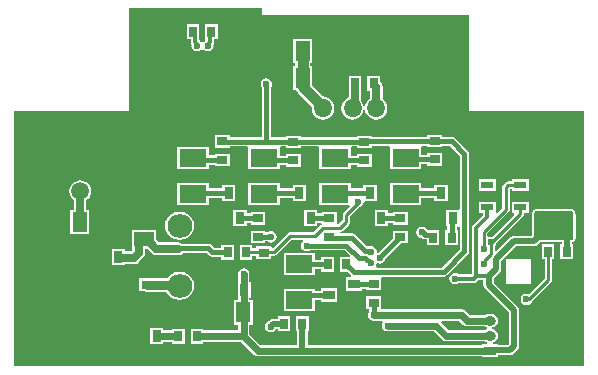
<source format=gbr>
%TF.GenerationSoftware,Altium Limited,Altium Designer,20.2.4 (192)*%
G04 Layer_Physical_Order=2*
G04 Layer_Color=16711680*
%FSLAX26Y26*%
%MOIN*%
%TF.SameCoordinates,588C5E66-93D0-4E9F-B3F3-82FDCAC5A583*%
%TF.FilePolarity,Positive*%
%TF.FileFunction,Copper,L2,Bot,Signal*%
%TF.Part,Single*%
G01*
G75*
%TA.AperFunction,SMDPad,CuDef*%
%ADD11R,0.027559X0.035433*%
%ADD20R,0.035433X0.027559*%
%ADD23R,0.048819X0.068000*%
%ADD28R,0.030000X0.038433*%
%TA.AperFunction,Conductor*%
%ADD29C,0.027559*%
%ADD30C,0.019685*%
%ADD31C,0.031496*%
%ADD32C,0.023622*%
%ADD33C,0.015748*%
%ADD34C,0.013780*%
%ADD35C,0.009842*%
%ADD37C,0.011811*%
%ADD39C,0.007874*%
%TA.AperFunction,ComponentPad*%
%ADD40O,0.082677X0.078740*%
%ADD41O,0.035433X0.076772*%
%ADD42O,0.041339X0.061024*%
%ADD43C,0.059055*%
%ADD44R,0.059055X0.059055*%
%ADD45O,0.059055X0.062992*%
%ADD46R,0.051181X0.068898*%
%TA.AperFunction,ViaPad*%
%ADD47C,0.157480*%
%TA.AperFunction,ComponentPad*%
%ADD48R,0.031496X0.040000*%
%ADD49O,0.031496X0.040000*%
%ADD50O,0.040000X0.031496*%
%ADD51R,0.040000X0.031496*%
%TA.AperFunction,ViaPad*%
%ADD52C,0.023622*%
%ADD53C,0.019685*%
%TA.AperFunction,SMDPad,CuDef*%
%ADD54R,0.090551X0.059055*%
%ADD55R,0.039370X0.031496*%
%ADD56R,0.031496X0.039370*%
%ADD57R,0.068000X0.048819*%
%ADD58R,0.043307X0.023622*%
%TA.AperFunction,Conductor*%
%ADD59C,0.035433*%
G36*
X831290Y1172668D02*
X1520266D01*
Y852535D01*
X1727673D01*
X1731038Y855601D01*
X1904528Y855315D01*
Y689961D01*
X1904527D01*
X1904125Y689475D01*
Y205552D01*
X1904814Y204796D01*
X1904814Y43236D01*
X1904125Y42479D01*
Y5346D01*
X1833577D01*
X1823322Y3844D01*
X1802694Y4385D01*
X1797903Y5346D01*
X111546D01*
X106754Y4385D01*
X86126Y3844D01*
X75872Y5346D01*
X4518D01*
Y681639D01*
X4348Y681826D01*
X4518Y784744D01*
Y852535D01*
X4630D01*
X4635Y855315D01*
X169989D01*
X169989Y855315D01*
X173339Y852535D01*
X388377D01*
Y1196290D01*
X831290D01*
Y1172668D01*
D02*
G37*
%LPC*%
G36*
X682677Y1142913D02*
X640945D01*
Y1093307D01*
X640945Y1093307D01*
X640449Y1088512D01*
X635982Y1085527D01*
X634390Y1083144D01*
X629390D01*
X627798Y1085527D01*
X622714Y1088924D01*
X620866Y1093307D01*
X620866Y1093307D01*
X620866Y1093307D01*
Y1142913D01*
X579134D01*
Y1093307D01*
X593348D01*
Y1082678D01*
X593348Y1082677D01*
X594356Y1077608D01*
X595654Y1075666D01*
X594905Y1071903D01*
X596372Y1064529D01*
X600549Y1058278D01*
X606800Y1054102D01*
X614173Y1052635D01*
X621547Y1054102D01*
X627798Y1058278D01*
X629390Y1060661D01*
X634390D01*
X635982Y1058278D01*
X642233Y1054102D01*
X649606Y1052635D01*
X656980Y1054102D01*
X663231Y1058278D01*
X667407Y1064529D01*
X668874Y1071903D01*
X668125Y1075666D01*
X669423Y1077608D01*
X670431Y1082677D01*
X670431Y1082678D01*
Y1093307D01*
X682677D01*
Y1142913D01*
D02*
G37*
G36*
X1223031Y971654D02*
X1181299D01*
Y948905D01*
X1180890Y946850D01*
Y942913D01*
X1181299Y940858D01*
Y922047D01*
X1189355D01*
Y895574D01*
X1184516Y891861D01*
X1178648Y884213D01*
X1174958Y875306D01*
X1173833Y866756D01*
X1173700Y865748D01*
X1168820D01*
X1168687Y866756D01*
X1167561Y875306D01*
X1163872Y884213D01*
X1161629Y887136D01*
Y934841D01*
X1161629Y934841D01*
Y946850D01*
X1161220Y948905D01*
Y971654D01*
X1119488D01*
Y948905D01*
X1119079Y946850D01*
Y934842D01*
X1119079Y934841D01*
Y900072D01*
X1113425Y897730D01*
X1105776Y891861D01*
X1099907Y884213D01*
X1096218Y875306D01*
X1094960Y865748D01*
Y861811D01*
X1096218Y852253D01*
X1099907Y843346D01*
X1105776Y835697D01*
X1113425Y829829D01*
X1122332Y826139D01*
X1131890Y824881D01*
X1141448Y826139D01*
X1150355Y829829D01*
X1158003Y835697D01*
X1163872Y843346D01*
X1167561Y852253D01*
X1168687Y860803D01*
X1168820Y861811D01*
X1173700D01*
X1173833Y860803D01*
X1174958Y852253D01*
X1178648Y843346D01*
X1184516Y835697D01*
X1192165Y829829D01*
X1201072Y826139D01*
X1210630Y824881D01*
X1220188Y826139D01*
X1229095Y829829D01*
X1236743Y835697D01*
X1242612Y843346D01*
X1246302Y852253D01*
X1247560Y861811D01*
Y865748D01*
X1246302Y875306D01*
X1242612Y884213D01*
X1236743Y891861D01*
X1231905Y895574D01*
Y934449D01*
X1230285Y942590D01*
X1225674Y949492D01*
X1223031Y952135D01*
Y971654D01*
D02*
G37*
G36*
X998002Y1094630D02*
X935010D01*
Y1012457D01*
X941217D01*
Y1005654D01*
X935010D01*
Y923480D01*
X943130D01*
X943142Y923423D01*
X948624Y915219D01*
X996716Y867126D01*
X996535Y865748D01*
Y861811D01*
X997793Y852253D01*
X1001483Y843346D01*
X1007352Y835697D01*
X1015000Y829829D01*
X1023907Y826139D01*
X1033465Y824881D01*
X1043023Y826139D01*
X1051930Y829829D01*
X1059579Y835697D01*
X1065447Y843346D01*
X1069137Y852253D01*
X1070395Y861811D01*
Y865748D01*
X1069137Y875306D01*
X1065447Y884213D01*
X1059579Y891861D01*
X1051930Y897730D01*
X1043023Y901420D01*
X1033465Y902678D01*
X1032782Y902588D01*
X998002Y937369D01*
Y1005654D01*
X991795D01*
Y1012457D01*
X998002D01*
Y1094630D01*
D02*
G37*
G36*
X844488Y963559D02*
X837115Y962092D01*
X830864Y957916D01*
X826687Y951665D01*
X825220Y944291D01*
X826687Y936918D01*
X829235Y933105D01*
Y767124D01*
X722638D01*
Y773228D01*
X673032D01*
Y731496D01*
X722638D01*
Y736616D01*
X780558D01*
X784252Y733465D01*
X784252Y731616D01*
Y660236D01*
X888976D01*
Y674313D01*
X909252D01*
Y668701D01*
X958858D01*
Y710433D01*
X909252D01*
Y704821D01*
X888976D01*
Y731616D01*
X888976Y733465D01*
X892671Y736616D01*
X909252D01*
Y730512D01*
X958858D01*
Y736124D01*
X1016574D01*
X1020472Y733464D01*
X1020472Y731124D01*
Y660236D01*
X1125197D01*
Y674313D01*
X1146457D01*
Y668701D01*
X1196063D01*
Y710433D01*
X1146457D01*
Y704821D01*
X1125197D01*
Y731124D01*
X1125197Y733464D01*
X1129095Y736124D01*
X1146457D01*
Y730512D01*
X1196063D01*
Y737601D01*
X1254607D01*
X1256693Y733465D01*
X1256693Y732601D01*
Y660236D01*
X1361417D01*
Y677266D01*
X1380709D01*
Y671654D01*
X1430315D01*
Y713386D01*
X1380709D01*
Y707773D01*
X1361417D01*
Y732601D01*
X1361417Y733465D01*
X1363503Y737601D01*
X1380709D01*
Y733465D01*
X1430315D01*
Y737305D01*
X1455682D01*
X1489668Y703320D01*
Y529191D01*
X1488189Y524803D01*
X1484668Y524803D01*
X1442520D01*
Y471260D01*
X1448427D01*
Y455906D01*
X1441142D01*
Y406299D01*
X1482874D01*
Y455906D01*
X1478935D01*
Y467724D01*
X1482470Y471260D01*
X1488189Y471260D01*
X1489668Y466873D01*
Y392637D01*
X1429214Y332183D01*
X1212334D01*
X1209661Y337183D01*
X1210931Y339083D01*
X1211750Y343202D01*
X1215719Y346277D01*
X1217057Y346204D01*
X1223292Y344964D01*
X1230665Y346431D01*
X1236916Y350608D01*
X1241093Y356859D01*
X1242559Y364232D01*
X1242549Y364284D01*
X1292044Y413780D01*
X1316142D01*
Y455512D01*
X1266535D01*
Y431415D01*
X1217461Y382340D01*
X1217332Y382315D01*
X1214750Y383859D01*
X1213506Y384815D01*
X1212617Y385841D01*
X1211309Y392413D01*
X1207132Y398664D01*
X1200882Y402841D01*
X1193508Y404307D01*
X1187495Y403111D01*
X1181275D01*
X1142498Y441888D01*
X1137549Y445195D01*
X1131712Y446356D01*
X1091386D01*
X1090894Y451356D01*
X1094856Y452144D01*
X1098828Y454798D01*
X1119681Y475651D01*
X1122335Y479623D01*
X1123267Y484308D01*
Y503758D01*
X1150725Y531216D01*
X1157993Y532662D01*
X1164244Y536839D01*
X1168421Y543090D01*
X1169888Y550463D01*
X1172739Y553937D01*
X1213780D01*
Y607480D01*
X1168110D01*
Y595962D01*
X1125197D01*
Y615354D01*
X1020472D01*
Y542126D01*
X1096258D01*
X1097441Y541891D01*
X1098623Y542126D01*
X1119935D01*
X1122006Y537126D01*
X1102367Y517486D01*
X1099713Y513514D01*
X1098781Y508829D01*
Y489379D01*
X1085100Y475698D01*
X1079921D01*
Y517323D01*
X1030315D01*
Y512498D01*
X1014961D01*
Y524803D01*
X969291D01*
Y471260D01*
X1014961D01*
Y481990D01*
X1026239D01*
X1029618Y476990D01*
X1029142Y475124D01*
X1027346Y474767D01*
X1026023Y473882D01*
X1026023Y473882D01*
X1024739Y473025D01*
X1023374Y472112D01*
X1000512Y449251D01*
X922566D01*
X917880Y448319D01*
X913909Y445665D01*
X866417Y398174D01*
X861417Y400245D01*
Y403122D01*
X811811D01*
Y395923D01*
X798228D01*
Y408484D01*
X756496D01*
Y358877D01*
X798228D01*
Y371438D01*
X811811D01*
Y361390D01*
X861417D01*
Y371438D01*
X869238D01*
X873923Y372369D01*
X877895Y375023D01*
X927637Y424765D01*
X965480D01*
X966996Y419765D01*
X965846Y418996D01*
X961669Y412745D01*
X960203Y405372D01*
X961669Y397998D01*
X965846Y391748D01*
X972097Y387571D01*
X979471Y386104D01*
X986844Y387571D01*
X990657Y390118D01*
X1105456D01*
X1123632Y371942D01*
X1121718Y367323D01*
X1090158D01*
Y317717D01*
X1114255D01*
X1125828Y306143D01*
X1127055Y305323D01*
X1125538Y300323D01*
X1110039D01*
Y254654D01*
X1163582D01*
Y261986D01*
X1177362D01*
Y256125D01*
X1226968D01*
Y296675D01*
X1226968Y297857D01*
X1229821Y301675D01*
X1435532D01*
X1441369Y302837D01*
X1446318Y306143D01*
X1515707Y375533D01*
X1519014Y380481D01*
X1520175Y386319D01*
Y709638D01*
X1519014Y715476D01*
X1515707Y720424D01*
X1472787Y763345D01*
X1467838Y766652D01*
X1462001Y767813D01*
X1430315D01*
Y775197D01*
X1380709D01*
Y768108D01*
X1196063D01*
Y772244D01*
X1146457D01*
Y766632D01*
X958858D01*
Y772244D01*
X909252D01*
Y767124D01*
X859742D01*
Y933105D01*
X862289Y936918D01*
X863756Y944291D01*
X862289Y951665D01*
X858113Y957916D01*
X851862Y962092D01*
X844488Y963559D01*
D02*
G37*
G36*
X652756Y733465D02*
X548032D01*
Y660236D01*
X652756D01*
Y675298D01*
X673032D01*
Y669685D01*
X722638D01*
Y711417D01*
X673032D01*
Y705805D01*
X652756D01*
Y733465D01*
D02*
G37*
G36*
X1720276Y626181D02*
X1662795D01*
Y619527D01*
X1651012D01*
X1646327Y618595D01*
X1642355Y615941D01*
X1634358Y607943D01*
X1631704Y603971D01*
X1630772Y599286D01*
Y530662D01*
X1615040Y514930D01*
X1610040Y517001D01*
Y551378D01*
X1552559D01*
Y513583D01*
X1568053D01*
Y507455D01*
X1534682Y474085D01*
X1531811Y469787D01*
X1530802Y464718D01*
X1530802Y464717D01*
Y310280D01*
X1529855Y309332D01*
X1486493D01*
X1481178Y312884D01*
X1473805Y314350D01*
X1466431Y312884D01*
X1460180Y308707D01*
X1456004Y302456D01*
X1454537Y295082D01*
X1456004Y287709D01*
X1460180Y281458D01*
X1466431Y277281D01*
X1473805Y275815D01*
X1481178Y277281D01*
X1486493Y280832D01*
X1535758D01*
X1541211Y281917D01*
X1545834Y285006D01*
X1549951Y289124D01*
X1568467D01*
Y274916D01*
X1569781Y268310D01*
X1573523Y262711D01*
X1652031Y184203D01*
Y76758D01*
X1650610Y75338D01*
X1616653D01*
Y78346D01*
X1599925D01*
X1599433Y83346D01*
X1602728Y84002D01*
X1610282Y89049D01*
X1615329Y96602D01*
X1617101Y105512D01*
X1615329Y114421D01*
X1610282Y121975D01*
X1602728Y127022D01*
X1597997Y127963D01*
Y133061D01*
X1602728Y134002D01*
X1610282Y139049D01*
X1615329Y146602D01*
X1617101Y155512D01*
X1615329Y164421D01*
X1610282Y171975D01*
X1602728Y177022D01*
X1593819Y178794D01*
X1585315D01*
X1576405Y177022D01*
X1573050Y174780D01*
X1522745D01*
X1509803Y187721D01*
X1503553Y191898D01*
X1496179Y193364D01*
X1231575D01*
X1226968Y194314D01*
Y236046D01*
X1177362D01*
Y194314D01*
X1186911D01*
Y185283D01*
X1184364Y181470D01*
X1182897Y174097D01*
X1184364Y166723D01*
X1188541Y160472D01*
X1194792Y156296D01*
X1202165Y154829D01*
X1231271D01*
X1233923Y149829D01*
X1231215Y145775D01*
X1229748Y138402D01*
X1231215Y131028D01*
X1235392Y124777D01*
X1241642Y120601D01*
X1249016Y119134D01*
X1402847D01*
X1430094Y91887D01*
X1436345Y87711D01*
X1443718Y86244D01*
X1573050D01*
X1576405Y84002D01*
X1579701Y83346D01*
X1579209Y78346D01*
X1562480D01*
Y74780D01*
X982221D01*
Y119696D01*
X985827D01*
Y169302D01*
X944095D01*
Y119696D01*
X947700D01*
Y74780D01*
X824910D01*
X788177Y111513D01*
Y141990D01*
X799606D01*
Y224163D01*
X788177D01*
Y231780D01*
X793486D01*
Y284386D01*
X788177D01*
Y310747D01*
X786710Y318121D01*
X782533Y324372D01*
X776282Y328548D01*
X768909Y330015D01*
X761535Y328548D01*
X755284Y324372D01*
X751108Y318121D01*
X749641Y310747D01*
Y284386D01*
X749313D01*
Y231780D01*
X749641D01*
Y224163D01*
X736614D01*
Y141990D01*
X749641D01*
Y122800D01*
X634055D01*
Y128335D01*
X592323D01*
Y78729D01*
X634055D01*
Y84264D01*
X760928D01*
X803305Y41887D01*
X809556Y37711D01*
X816929Y36244D01*
X1562480D01*
Y32677D01*
X1616653D01*
Y40816D01*
X1657760D01*
X1664365Y42130D01*
X1669965Y45872D01*
X1681496Y57403D01*
X1685238Y63003D01*
X1686552Y69608D01*
Y191353D01*
X1685238Y197958D01*
X1681496Y203558D01*
X1602989Y282065D01*
Y296224D01*
X1622245Y315480D01*
X1625986Y321080D01*
X1627300Y327685D01*
Y353455D01*
X1678116Y404271D01*
X1736493D01*
X1743098Y405585D01*
X1748698Y409327D01*
X1755374Y416003D01*
X1828605Y416003D01*
Y409801D01*
X1825000D01*
Y360195D01*
X1866732D01*
Y409801D01*
X1863127D01*
Y416528D01*
X1866633Y417487D01*
X1867043Y417692D01*
X1867492Y417781D01*
X1868293Y418316D01*
X1869155Y418747D01*
X1869455Y419093D01*
X1869836Y419348D01*
X1872021Y421532D01*
X1872021Y421532D01*
X1872021Y421533D01*
X1872995Y422990D01*
X1873587Y423876D01*
Y423876D01*
X1873587Y423877D01*
X1874786Y426771D01*
X1874786Y426772D01*
X1874786Y426772D01*
X1875062Y428162D01*
X1875335Y429536D01*
X1875335Y429537D01*
X1875335Y429537D01*
X1875335Y431103D01*
X1875336Y506200D01*
X1875336Y506200D01*
X1875336Y506201D01*
X1875335Y510827D01*
X1875169Y511661D01*
X1875136Y512511D01*
X1874019Y517167D01*
X1873780Y517686D01*
X1873669Y518247D01*
X1873288Y519166D01*
X1871722Y521510D01*
X1868953Y524279D01*
X1866610Y525846D01*
X1866609Y525846D01*
X1862992Y527344D01*
X1862991Y527344D01*
X1862991Y527345D01*
X1861977Y527546D01*
X1860227Y527894D01*
X1860226Y527894D01*
X1860226Y527894D01*
X1858268Y527894D01*
X1746062Y527893D01*
X1746061Y527893D01*
X1744497Y527893D01*
X1744496Y527893D01*
X1744496Y527893D01*
X1743319Y527659D01*
X1741732Y527344D01*
X1741731Y527343D01*
X1741731Y527343D01*
X1738837Y526145D01*
X1736493Y524579D01*
X1734279Y522364D01*
X1734278Y522364D01*
X1732712Y520020D01*
X1731513Y517126D01*
X1731212Y515612D01*
X1730964Y514361D01*
X1730964Y512795D01*
X1730963Y440413D01*
X1729343Y438793D01*
X1670967D01*
X1664361Y437479D01*
X1658761Y433737D01*
X1610759Y385735D01*
X1606140Y387649D01*
Y401791D01*
X1607521Y402714D01*
X1611698Y408965D01*
X1613112Y416073D01*
X1700193Y503154D01*
X1702847Y507126D01*
X1703779Y511811D01*
Y513583D01*
X1720276D01*
Y551378D01*
X1662795D01*
Y513583D01*
X1669460D01*
X1671374Y508963D01*
X1597333Y434923D01*
X1593897Y435606D01*
X1586632Y434161D01*
X1585728Y433992D01*
X1581632Y436842D01*
Y446894D01*
X1651672Y516933D01*
X1654326Y520905D01*
X1655258Y525591D01*
Y594215D01*
X1656084Y595040D01*
X1662795D01*
Y588386D01*
X1720276D01*
Y626181D01*
D02*
G37*
G36*
X1610040D02*
X1552559D01*
Y588386D01*
X1610040D01*
Y626181D01*
D02*
G37*
G36*
X1361417Y615354D02*
X1256693D01*
Y542126D01*
X1361417D01*
Y565455D01*
X1405118D01*
Y553937D01*
X1450787D01*
Y607480D01*
X1405118D01*
Y595962D01*
X1361417D01*
Y615354D01*
D02*
G37*
G36*
X888976D02*
X784252D01*
Y542126D01*
X810825D01*
X812008Y541891D01*
X813190Y542126D01*
X888976D01*
Y565455D01*
X931890D01*
Y553937D01*
X977559D01*
Y607480D01*
X931890D01*
Y595962D01*
X888976D01*
Y615354D01*
D02*
G37*
G36*
X652756D02*
X548032D01*
Y542126D01*
X652756D01*
Y565455D01*
X695866D01*
Y553937D01*
X741535D01*
Y607480D01*
X695866D01*
Y595962D01*
X652756D01*
Y615354D01*
D02*
G37*
G36*
X1251181Y524803D02*
X1205512D01*
Y471260D01*
X1251181D01*
Y481990D01*
X1266535D01*
Y475591D01*
X1316142D01*
Y517323D01*
X1266535D01*
Y512498D01*
X1251181D01*
Y524803D01*
D02*
G37*
G36*
X778937D02*
X733268D01*
Y471260D01*
X778937D01*
Y481990D01*
X792126D01*
Y475591D01*
X841732D01*
Y517323D01*
X792126D01*
Y512498D01*
X778937D01*
Y524803D01*
D02*
G37*
G36*
X224760Y623347D02*
X215202Y622089D01*
X206295Y618400D01*
X198647Y612531D01*
X192778Y604882D01*
X189089Y595976D01*
X187830Y586417D01*
X189089Y576859D01*
X192778Y567952D01*
X198647Y560304D01*
X202296Y557504D01*
Y524748D01*
X190886D01*
Y442575D01*
X253878D01*
Y524748D01*
X244846D01*
Y555679D01*
X250874Y560304D01*
X256743Y567952D01*
X260432Y576859D01*
X261690Y586417D01*
X260432Y595976D01*
X256743Y604882D01*
X250874Y612531D01*
X243225Y618400D01*
X234318Y622089D01*
X224760Y623347D01*
D02*
G37*
G36*
X557149Y518511D02*
X553212D01*
X541085Y516915D01*
X529784Y512234D01*
X520079Y504787D01*
X512633Y495082D01*
X507952Y483781D01*
X506355Y471654D01*
X507952Y459526D01*
X512633Y448225D01*
X520079Y438520D01*
X529784Y431074D01*
X541085Y426393D01*
X553212Y424796D01*
X557149D01*
X569277Y426393D01*
X580578Y431074D01*
X590283Y438520D01*
X597729Y448225D01*
X602410Y459526D01*
X604007Y471654D01*
X602410Y483781D01*
X597729Y495082D01*
X590283Y504787D01*
X580578Y512234D01*
X569277Y516915D01*
X557149Y518511D01*
D02*
G37*
G36*
X841732Y455512D02*
X792126D01*
Y413780D01*
X841732D01*
Y419392D01*
X849050D01*
X852863Y416845D01*
X860236Y415378D01*
X867610Y416845D01*
X873861Y421021D01*
X878037Y427272D01*
X879504Y434646D01*
X878037Y442019D01*
X873861Y448270D01*
X867610Y452447D01*
X860236Y453913D01*
X852863Y452447D01*
X849050Y449899D01*
X841732D01*
Y455512D01*
D02*
G37*
G36*
X1363422Y468776D02*
X1356049Y467309D01*
X1349798Y463132D01*
X1345621Y456881D01*
X1344155Y449508D01*
X1345621Y442134D01*
X1349798Y435884D01*
X1356049Y431707D01*
X1363206Y430283D01*
X1363330Y430159D01*
X1368278Y426852D01*
X1374116Y425691D01*
X1379331D01*
Y406299D01*
X1421063D01*
Y455906D01*
X1395765D01*
X1394291Y456199D01*
X1381359D01*
X1381223Y456881D01*
X1377047Y463132D01*
X1370796Y467309D01*
X1363422Y468776D01*
D02*
G37*
G36*
X478094Y457283D02*
X395921D01*
Y394291D01*
X396125D01*
X397309Y389356D01*
X394508Y386236D01*
X373874D01*
Y393429D01*
X329701D01*
Y368073D01*
X329512Y367126D01*
X329701Y366179D01*
Y340823D01*
X373874D01*
Y343686D01*
X403794D01*
X411936Y345305D01*
X418838Y349917D01*
X434982Y366061D01*
X439594Y372963D01*
X441213Y381104D01*
Y394291D01*
X448007D01*
X462657Y379641D01*
X469559Y375030D01*
X477701Y373410D01*
X551378D01*
X559520Y375030D01*
X566422Y379641D01*
X567406Y381114D01*
X644863D01*
X653082Y372894D01*
X658031Y369588D01*
X663868Y368427D01*
X694685D01*
Y358877D01*
X736417D01*
Y408484D01*
X694685D01*
Y398934D01*
X670187D01*
X661967Y407154D01*
X657018Y410461D01*
X651181Y411622D01*
X563588D01*
X559520Y414340D01*
X551378Y415960D01*
X486513D01*
X478094Y424379D01*
Y457283D01*
D02*
G37*
G36*
X1007087Y379134D02*
X902362D01*
Y305906D01*
X1007087D01*
Y327266D01*
X1028347D01*
Y317717D01*
X1070079D01*
Y367323D01*
X1028347D01*
Y357773D01*
X1007087D01*
Y379134D01*
D02*
G37*
G36*
X1644685Y361221D02*
X1644685Y277130D01*
X1727362Y277130D01*
X1727362Y361220D01*
X1644685Y361221D01*
D02*
G37*
G36*
X1080905Y262922D02*
X1027362D01*
Y255341D01*
X1007087D01*
Y261024D01*
X902362D01*
Y187795D01*
X1007087D01*
Y224834D01*
X1027362D01*
Y217253D01*
X1080905D01*
Y262922D01*
D02*
G37*
G36*
X1804921Y409801D02*
X1763189D01*
Y360195D01*
X1771812D01*
Y296016D01*
X1719457Y243661D01*
X1719133Y243878D01*
X1711760Y245345D01*
X1704386Y243878D01*
X1698135Y239701D01*
X1693959Y233451D01*
X1692492Y226077D01*
X1693959Y218703D01*
X1698135Y212453D01*
X1704386Y208276D01*
X1711760Y206809D01*
X1719133Y208276D01*
X1725384Y212453D01*
X1729561Y218703D01*
X1729668Y219244D01*
X1792712Y282288D01*
X1795366Y286260D01*
X1796298Y290945D01*
Y360195D01*
X1804921D01*
Y409801D01*
D02*
G37*
G36*
X557149Y318511D02*
X553212D01*
X541085Y316915D01*
X529784Y312233D01*
X520079Y304787D01*
X515159Y298375D01*
X446598D01*
X437689Y296603D01*
X436725Y295959D01*
X421795D01*
Y254227D01*
X436725D01*
X437689Y253583D01*
X446598Y251811D01*
X511147D01*
X512633Y248225D01*
X520079Y238520D01*
X529784Y231074D01*
X541085Y226393D01*
X553212Y224796D01*
X557149D01*
X569277Y226393D01*
X580578Y231074D01*
X590283Y238520D01*
X597729Y248225D01*
X602410Y259526D01*
X604007Y271654D01*
X602410Y283781D01*
X597729Y295082D01*
X590283Y304787D01*
X580578Y312233D01*
X569277Y316915D01*
X557149Y318511D01*
D02*
G37*
G36*
X924016Y169302D02*
X882284D01*
Y161595D01*
X868395D01*
X861790Y160281D01*
X856190Y156539D01*
X853063Y153413D01*
X852110Y153223D01*
X845859Y149046D01*
X841682Y142795D01*
X840215Y135422D01*
X841682Y128048D01*
X845859Y121797D01*
X852110Y117621D01*
X859483Y116154D01*
X866856Y117621D01*
X873107Y121797D01*
X876633Y127073D01*
X882284D01*
Y119696D01*
X924016D01*
Y169302D01*
D02*
G37*
G36*
X501575Y130433D02*
X455906D01*
Y76260D01*
X501575D01*
Y84171D01*
X530512D01*
Y78729D01*
X572244D01*
Y128335D01*
X530512D01*
Y122707D01*
X501575D01*
Y130433D01*
D02*
G37*
%LPD*%
G36*
X1863844Y519170D02*
X1866612Y516401D01*
X1866993Y515482D01*
X1868110Y510826D01*
X1868110Y506200D01*
X1868110Y431102D01*
X1868110Y429536D01*
X1866911Y426641D01*
X1864727Y424457D01*
X1860236Y423228D01*
X1746064Y423228D01*
X1744498Y423228D01*
X1741603Y424426D01*
X1739388Y426641D01*
X1738189Y429535D01*
X1738189Y431102D01*
X1738189Y512795D01*
X1738189Y514361D01*
X1739388Y517255D01*
X1741602Y519469D01*
X1744496Y520668D01*
X1746062Y520668D01*
X1746062Y520668D01*
X1858268Y520669D01*
X1860226Y520669D01*
X1863844Y519170D01*
D02*
G37*
G36*
X1501139Y141887D02*
X1507390Y137711D01*
X1514764Y136244D01*
X1573050D01*
X1576405Y134002D01*
X1581137Y133061D01*
Y127963D01*
X1576405Y127022D01*
X1573050Y124780D01*
X1451699D01*
X1426650Y149829D01*
X1428721Y154829D01*
X1488198D01*
X1501139Y141887D01*
D02*
G37*
D11*
X964961Y144499D02*
D03*
X903150D02*
D03*
X600000Y1118110D02*
D03*
X661811D02*
D03*
X777362Y383680D02*
D03*
X715551D02*
D03*
X1140354Y946850D02*
D03*
X1202165D02*
D03*
X1784055Y384998D02*
D03*
X1845866D02*
D03*
X613189Y103532D02*
D03*
X551378D02*
D03*
X1462008Y431102D02*
D03*
X1400197D02*
D03*
X1111024Y342520D02*
D03*
X1049213D02*
D03*
D20*
X446598Y213282D02*
D03*
Y275093D02*
D03*
X816929Y496457D02*
D03*
Y434646D02*
D03*
X836614Y320445D02*
D03*
Y382256D02*
D03*
X1055118Y496457D02*
D03*
Y434646D02*
D03*
X1291339D02*
D03*
Y496457D02*
D03*
X1202165Y276991D02*
D03*
Y215180D02*
D03*
X1405512Y754331D02*
D03*
Y692520D02*
D03*
X1171260Y689567D02*
D03*
Y751378D02*
D03*
X934055D02*
D03*
Y689567D02*
D03*
X697835Y690551D02*
D03*
Y752362D02*
D03*
D23*
X966506Y1053543D02*
D03*
X1083435D02*
D03*
X966506Y964567D02*
D03*
X1083435D02*
D03*
X768110Y183077D02*
D03*
X651181D02*
D03*
X105453Y483661D02*
D03*
X222382D02*
D03*
D28*
X771399Y258083D02*
D03*
X835210D02*
D03*
X351787Y367126D02*
D03*
X287976D02*
D03*
D29*
X223571Y585228D02*
X224760Y586417D01*
X223571Y484851D02*
Y585228D01*
X222382Y483661D02*
X223571Y484851D01*
X551742Y275093D02*
X555181Y271654D01*
X350787Y367126D02*
X352953Y364961D01*
X419938Y415158D02*
X430568Y425787D01*
X419938Y381104D02*
Y415158D01*
X352953Y364961D02*
X403794D01*
X419938Y381104D01*
X430568Y425787D02*
X446598D01*
X477701Y394685D01*
X551378D01*
X1131890Y863779D02*
X1140354Y872244D01*
Y934841D01*
X1140354Y934841D02*
Y946850D01*
X1140354Y934841D02*
X1140354Y934841D01*
X1210630Y863779D02*
Y934449D01*
X1202165Y942913D02*
X1210630Y934449D01*
X1202165Y942913D02*
Y946850D01*
D30*
X1845866Y384998D02*
Y441257D01*
X1848425Y443817D01*
Y444882D01*
X1585728Y303374D02*
X1610040Y327685D01*
Y360605D02*
X1670967Y421532D01*
X1610040Y327685D02*
Y360605D01*
X1585728Y274916D02*
Y303374D01*
Y274916D02*
X1669291Y191353D01*
Y69608D02*
Y191353D01*
X1736493Y421532D02*
X1759842Y444882D01*
X1670967Y421532D02*
X1736493D01*
X868395Y144334D02*
X902985D01*
X859483Y135422D02*
X868395Y144334D01*
X1657760Y58077D02*
X1669291Y69608D01*
X1592132Y58077D02*
X1657760D01*
X1589567Y55512D02*
X1592132Y58077D01*
X902985Y144334D02*
X903150Y144499D01*
X964961Y59252D02*
Y144499D01*
X961220Y55512D02*
X964961Y59252D01*
D31*
X446598Y275093D02*
X551742D01*
D32*
X768909Y103532D02*
Y310747D01*
X551285Y103439D02*
X551378Y103532D01*
X478833Y103439D02*
X551285D01*
X478740Y103347D02*
X478833Y103439D01*
X1249016Y138402D02*
X1410828D01*
X1443718Y105512D02*
X1589567D01*
X1410828Y138402D02*
X1443718Y105512D01*
X961220Y55512D02*
X1589567D01*
X816929D02*
X961220D01*
X613189Y103532D02*
X768909D01*
X816929Y55512D01*
X1514764Y155512D02*
X1589567D01*
X1496179Y174097D02*
X1514764Y155512D01*
X1202165Y174097D02*
X1496179D01*
D33*
X663868Y383680D02*
X715551D01*
X651181Y396368D02*
X663868Y383680D01*
X551378Y394685D02*
X552885Y396192D01*
X558452D01*
X558629Y396368D01*
X651181D01*
X840551Y751870D02*
X933563D01*
X698327D02*
X840551D01*
X844488Y755807D02*
Y944291D01*
X840551Y751870D02*
X844488Y755807D01*
X933563Y751870D02*
X934055Y751378D01*
X697835Y752362D02*
X698327Y751870D01*
X919291Y838583D02*
Y846920D01*
X901575Y864636D02*
X919291Y846920D01*
X883395Y864636D02*
X901575D01*
X761811Y1019685D02*
X765571Y1015925D01*
Y982461D02*
Y1015925D01*
X1407283Y752559D02*
X1462001D01*
X1504921Y386319D02*
Y709638D01*
X1462001Y752559D02*
X1504921Y709638D01*
X559055Y1071903D02*
Y1071903D01*
X934055Y751378D02*
X981299D01*
X1171260D01*
X954724Y342520D02*
X1049213D01*
X970402Y240087D02*
X1054134D01*
X954724Y224410D02*
X970402Y240087D01*
X1136811Y277489D02*
X1137060Y277240D01*
X1201916D01*
X1202165Y276991D01*
X600394Y578740D02*
X602362Y580709D01*
X718701D01*
X756102Y498032D02*
X756890Y497244D01*
X816142D01*
X816929Y496457D01*
X836614Y578740D02*
X838583Y580709D01*
X954724D01*
X1054331Y497244D02*
X1055118Y496457D01*
X992913Y497244D02*
X1054331D01*
X992126Y498032D02*
X992913Y497244D01*
X1074803Y580709D02*
X1190945D01*
X1072835Y578740D02*
X1074803Y580709D01*
X1228346Y498032D02*
X1229134Y497244D01*
X1290551D01*
X1291339Y496457D01*
X1462008Y431102D02*
X1463681Y432776D01*
Y496358D01*
X1465354Y498032D01*
X1309055Y578740D02*
X1311024Y580709D01*
X1427953D01*
X1435532Y316929D02*
X1504921Y386319D01*
X1174957Y387858D02*
X1190690D01*
X1193508Y385039D01*
X1363422Y449508D02*
X1365553D01*
X1400197Y431102D02*
Y435039D01*
X1394291Y440945D02*
X1400197Y435039D01*
X1374116Y440945D02*
X1394291D01*
X1365553Y449508D02*
X1374116Y440945D01*
X1152185Y364961D02*
X1174626D01*
X1193130Y346457D01*
X1223292Y364232D02*
Y366599D01*
X1291339Y434646D01*
X1058661Y431102D02*
X1131712D01*
X1174957Y387858D01*
X979471Y405372D02*
X1111774D01*
X1152185Y364961D01*
X1055118Y434646D02*
X1058661Y431102D01*
X1136614Y316929D02*
X1435532D01*
X1111024Y338583D02*
Y342520D01*
Y338583D02*
X1116929Y332677D01*
X1120866D01*
X1136614Y316929D01*
X1202165Y174097D02*
Y215180D01*
X816929Y434646D02*
X860236D01*
X1405512Y754331D02*
X1407283Y752559D01*
X1404035Y752854D02*
X1405512Y754331D01*
X478346Y1016767D02*
X487510Y1025931D01*
X513084D01*
X559055Y1071903D01*
Y1071903D02*
X611273Y1019685D01*
X761811D01*
X1313386Y692520D02*
X1405512D01*
X478346Y1019685D02*
Y1033110D01*
X448819Y1062637D02*
X478346Y1033110D01*
X448819Y1062637D02*
Y1138780D01*
X761811Y1019685D02*
Y1033110D01*
X791339Y1062637D01*
Y1138780D01*
X843898Y689567D02*
X934055D01*
X1171260Y751378D02*
X1172736Y752854D01*
X1404035D01*
X1080118Y689567D02*
X1171260D01*
X606693Y690551D02*
X697835D01*
D34*
X1473805Y295082D02*
X1535758D01*
X1544049Y303374D01*
X1585728D01*
D35*
X1711760Y226077D02*
X1719187D01*
X1784055Y290945D02*
Y384998D01*
X1719187Y226077D02*
X1784055Y290945D01*
X1711760Y226077D02*
X1715488D01*
X1568852Y343925D02*
Y353856D01*
X1593897Y378901D01*
X1687586Y528531D02*
X1691536Y532480D01*
X1593897Y378901D02*
Y416339D01*
X824910Y383680D02*
X869238D01*
X777362D02*
X824910D01*
X1569389Y394685D02*
Y451965D01*
X1643015Y525591D02*
Y599286D01*
X1651012Y607284D02*
X1691536D01*
X1643015Y599286D02*
X1651012Y607284D01*
X1569389Y451965D02*
X1643015Y525591D01*
X1687586Y528531D02*
X1688595D01*
X1691536Y525591D01*
Y511811D02*
Y525591D01*
X1593897Y416339D02*
X1596063D01*
X1691536Y511811D01*
X1150620Y548425D02*
Y550463D01*
X1111024Y508829D02*
X1150620Y548425D01*
X1111024Y484308D02*
Y508829D01*
X1090171Y463455D02*
X1111024Y484308D01*
X1005583Y437008D02*
X1032031Y463455D01*
X1090171D01*
X922566Y437008D02*
X1005583D01*
X869238Y383680D02*
X922566Y437008D01*
X1309055Y696850D02*
X1313386Y692520D01*
X1072835Y578740D02*
X1097441Y554134D01*
X1072835Y696850D02*
X1080118Y689567D01*
X836614Y696850D02*
X843898Y689567D01*
X812008Y554134D02*
X836614Y578740D01*
X600394Y696850D02*
X606693Y690551D01*
X947835Y231299D02*
X954724Y224410D01*
D37*
X1544049Y303374D02*
Y464718D01*
X1581299Y501969D01*
X979471Y749549D02*
X981299Y751378D01*
X1581299Y501969D02*
Y532480D01*
X657185Y1113484D02*
X661811Y1118110D01*
X657185Y1082677D02*
Y1113484D01*
X649606Y1075099D02*
X657185Y1082677D01*
X649606Y1071903D02*
Y1075099D01*
X600000Y1118110D02*
X606595Y1111515D01*
Y1082677D02*
Y1111515D01*
Y1082677D02*
X614173Y1075099D01*
Y1071903D02*
Y1075099D01*
X1405512Y692520D02*
X1405709Y692716D01*
D39*
X889764Y1053543D02*
Y1062387D01*
X902476Y1075099D01*
X1431102Y1084041D02*
X1452756Y1062387D01*
X791339Y1075099D02*
X902476D01*
X1452756Y1053543D02*
Y1062387D01*
X478346Y1006890D02*
Y1016767D01*
X1462599Y790354D02*
X1683289D01*
X1423228Y829725D02*
X1462599Y790354D01*
X1683289D02*
X1759076Y714567D01*
X1423228Y838583D02*
X1431102Y846457D01*
Y1031890D01*
X1452756Y1053543D01*
X88583Y124016D02*
Y185806D01*
X205390Y781496D02*
X378937D01*
X419291Y821850D01*
Y947835D01*
X478346Y1006890D01*
X138461Y714567D02*
X205390Y781496D01*
X478346Y1016767D02*
Y1019685D01*
X88583Y714567D02*
X138461D01*
X1759076D02*
X1820866D01*
X1423228Y829725D02*
Y838583D01*
X88583Y124016D02*
X108736Y144169D01*
X88583Y124016D02*
X95154D01*
D40*
X330181Y271654D02*
D03*
Y471654D02*
D03*
X555181Y271654D02*
D03*
X555181Y471654D02*
D03*
D41*
X448819Y1138780D02*
D03*
X791339D02*
D03*
D42*
X478346Y1019685D02*
D03*
X761811D02*
D03*
D43*
X224760Y586417D02*
D03*
D44*
X124760D02*
D03*
D45*
X1309055Y863779D02*
D03*
X1210630D02*
D03*
X1131890D02*
D03*
X1033465D02*
D03*
D46*
X1423228Y838583D02*
D03*
X919291D02*
D03*
X889764Y1053543D02*
D03*
X1452756D02*
D03*
D47*
X88583Y767716D02*
D03*
X1820866Y124016D02*
D03*
Y767716D02*
D03*
X88583Y124016D02*
D03*
D48*
X478740Y103347D02*
D03*
D49*
X428740D02*
D03*
D50*
X1589567Y205512D02*
D03*
Y155512D02*
D03*
Y105512D02*
D03*
D51*
Y55512D02*
D03*
D52*
X482284Y530709D02*
D03*
X551378Y394685D02*
D03*
X1395768Y267697D02*
D03*
X1427953Y212422D02*
D03*
X1751968Y324372D02*
D03*
X1473805Y295082D02*
D03*
X1711760Y226077D02*
D03*
X1650610Y256890D02*
D03*
X1568852Y343925D02*
D03*
X844488Y944291D02*
D03*
X1379331Y103347D02*
D03*
X768909Y310747D02*
D03*
X161513Y35609D02*
D03*
X211476Y103532D02*
D03*
X163917Y221510D02*
D03*
X55906Y237981D02*
D03*
X1441142Y783779D02*
D03*
X815975Y1009842D02*
D03*
X872047Y1128937D02*
D03*
X1494012Y983423D02*
D03*
X1495669Y1112205D02*
D03*
X424058Y1019685D02*
D03*
X417807Y1071903D02*
D03*
X291339Y531216D02*
D03*
X249016Y316962D02*
D03*
X742634Y796000D02*
D03*
Y838583D02*
D03*
X741255Y879921D02*
D03*
X549058Y863779D02*
D03*
X131595Y659699D02*
D03*
X193532Y695465D02*
D03*
X214208Y770134D02*
D03*
X191509Y834443D02*
D03*
X1685238Y29281D02*
D03*
X1759076Y38251D02*
D03*
X1715901Y93366D02*
D03*
X1711760Y161595D02*
D03*
X1802694Y243646D02*
D03*
X1861977Y646138D02*
D03*
X1767224D02*
D03*
X1700827Y719931D02*
D03*
X1687586Y816115D02*
D03*
X1472021Y580709D02*
D03*
X1408185Y632437D02*
D03*
X1550121Y700814D02*
D03*
X985827Y712598D02*
D03*
X872047Y224163D02*
D03*
X694685Y288291D02*
D03*
X542913Y55975D02*
D03*
X351906Y149046D02*
D03*
Y55975D02*
D03*
X234318D02*
D03*
Y149046D02*
D03*
X124760Y288291D02*
D03*
X44803D02*
D03*
X122202Y405372D02*
D03*
X44803D02*
D03*
X36992Y504787D02*
D03*
Y572186D02*
D03*
Y633195D02*
D03*
X515248Y1161417D02*
D03*
X627798D02*
D03*
X741255D02*
D03*
X721029Y1071903D02*
D03*
X1381394Y1112205D02*
D03*
X1328397Y1012602D02*
D03*
X1257066Y1112205D02*
D03*
X1193130Y1012602D02*
D03*
X1110803Y1112205D02*
D03*
X1024970Y1012602D02*
D03*
X986221Y1112205D02*
D03*
X1701950Y454798D02*
D03*
X859483Y135422D02*
D03*
X1395768Y476378D02*
D03*
X1472021Y138402D02*
D03*
X1680217Y570866D02*
D03*
X815975Y133061D02*
D03*
X1051578Y183077D02*
D03*
X1144685Y202194D02*
D03*
X1433140Y395082D02*
D03*
X1363422D02*
D03*
X1423228Y288291D02*
D03*
X1878051Y316929D02*
D03*
X1759547Y500000D02*
D03*
Y472441D02*
D03*
X1789370Y500000D02*
D03*
X1569389Y394685D02*
D03*
X1593897Y416339D02*
D03*
X1193508Y385039D02*
D03*
X1363422Y449508D02*
D03*
X1223292Y364232D02*
D03*
X1193130Y346457D02*
D03*
X1150620Y550463D02*
D03*
X1249016Y138402D02*
D03*
X1202165Y174097D02*
D03*
X979471Y405372D02*
D03*
X860236Y434646D02*
D03*
X559055Y1071903D02*
D03*
X649606D02*
D03*
X614173D02*
D03*
X1874308Y569882D02*
D03*
X403543Y646526D02*
D03*
X466535D02*
D03*
X435039Y646525D02*
D03*
X403543Y612476D02*
D03*
X435039D02*
D03*
X466535Y612471D02*
D03*
Y678543D02*
D03*
X435039Y678549D02*
D03*
X403543D02*
D03*
X435039Y712597D02*
D03*
X466535Y712598D02*
D03*
X403543D02*
D03*
X1878051Y256890D02*
D03*
X1848425Y444882D02*
D03*
Y472441D02*
D03*
Y500000D02*
D03*
X1818898Y444882D02*
D03*
Y472441D02*
D03*
Y500000D02*
D03*
X1789370Y472441D02*
D03*
Y444882D02*
D03*
X1759842D02*
D03*
D53*
X1217323Y543090D02*
D03*
D54*
X1309055Y578740D02*
D03*
Y696850D02*
D03*
X1072835Y578740D02*
D03*
Y696850D02*
D03*
X836614Y578740D02*
D03*
Y696850D02*
D03*
X600394Y578740D02*
D03*
Y696850D02*
D03*
X954724Y224410D02*
D03*
Y342520D02*
D03*
D55*
X1054134Y240087D02*
D03*
X1136811Y202686D02*
D03*
Y277489D02*
D03*
D56*
X1427953Y580709D02*
D03*
X1390551Y498032D02*
D03*
X1465354D02*
D03*
X1190945Y580709D02*
D03*
X1153543Y498032D02*
D03*
X1228346D02*
D03*
X954724Y580709D02*
D03*
X917323Y498032D02*
D03*
X992126D02*
D03*
X718701Y580709D02*
D03*
X681299Y498032D02*
D03*
X756102D02*
D03*
D57*
X437008Y542717D02*
D03*
Y425787D02*
D03*
D58*
X1581299Y532480D02*
D03*
Y607284D02*
D03*
X1691536Y532480D02*
D03*
Y569882D02*
D03*
Y607284D02*
D03*
D59*
X966506Y933101D02*
Y1053543D01*
Y933101D02*
X1025946Y873660D01*
Y871299D02*
X1033465Y863779D01*
X1025946Y871299D02*
Y873660D01*
%TF.MD5,82b205ba8d2d943b3bda4d6e60d6ec3c*%
M02*

</source>
